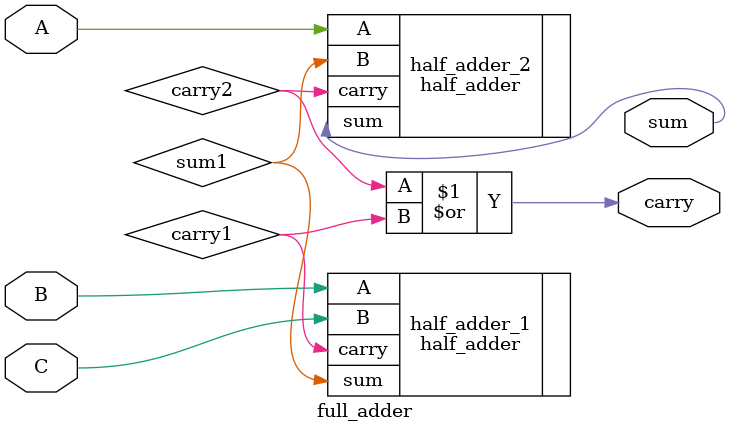
<source format=v>
module full_adder(
    input A,
    input B,
    input C,
    output carry,
    output sum
);

    wire sum1;
    wire carry1;
    wire carry2;

    // Instantiate the adder
    half_adder half_adder_1(
        .A(B),
        .B(C),
        .sum(sum1),
        .carry(carry1)
    );

    half_adder half_adder_2(
        .A(A),
        .B(sum1),
        .sum(sum),
        .carry(carry2)
    );

    or or1(carry, carry2, carry1);

endmodule // full_adder
</source>
